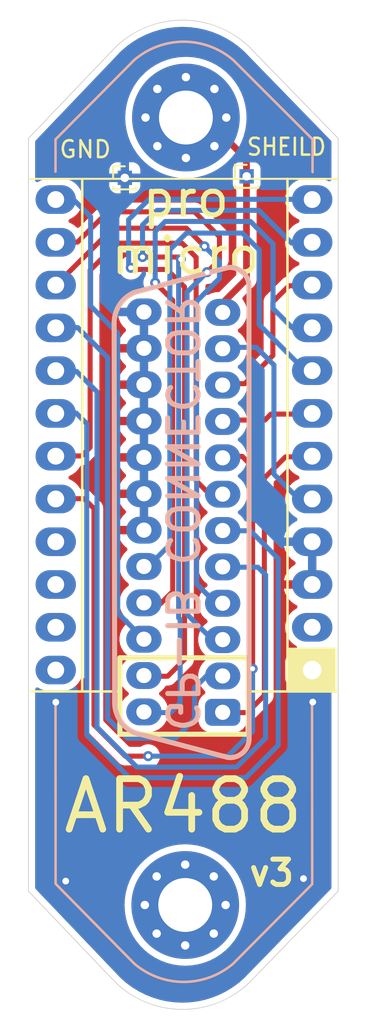
<source format=kicad_pcb>
(kicad_pcb (version 20211014) (generator pcbnew)
  (title_block (title "Pro Micro - GPIB Adapter"))
  (layers (0 "F.Cu" signal) (31 "B.Cu" signal) (34 "B.Paste" user) (35 "F.Paste" user) (36 "B.SilkS" user "B.Silkscreen") (37 "F.SilkS" user "F.Silkscreen") (38 "B.Mask" user) (39 "F.Mask" user) (44 "Edge.Cuts" user))
  (net 0 "")
  (net 1 "GPIB 1 - DIO1")
  (net 2 "GPIB 2 - DIO2")
  (net 3 "GPIB 3 - DIO3")
  (net 4 "GPIB 4 - DIO4")
  (net 5 "GPIB 5 - EOI")
  (net 6 "GPIB 6 - DAV")
  (net 7 "GPIB 7-NRFD")
  (net 8 "GPIB 8 - NDAC")
  (net 9 "GPIB 9 - IFC")
  (net 10 "GPIB 10 - SRQ")
  (net 11 "GPIB 11 - ATN")
  (net 12 "SHIELD")
  (net 13 "GPIB 13 -DIO5")
  (net 14 "GPIB 14 - DIO6")
  (net 15 "GPIB 15 - DIO7")
  (net 16 "GPIB 16 - DIO8")
  (net 17 "GPIB 17 - REN")
  (net 23 "GND")
  (footprint "MountingHole:MountingHole_3.2mm_M3_Pad_Via" (layer "F.Cu") (at 111.95 73.23)
    (fp_text reference "H1" hide)
    (fp_text value "MountingHole")
    (pad "1" thru_hole circle locked (at 0 0) (size 6.4 6.4) (drill 3.2) (layers *.Cu *.Mask) (net 12 "SHIELD"))
    (pad "1" thru_hole circle locked (at -2.4 0) (size 0.8 0.8) (drill 0.5) (layers *.Cu *.Mask))
    (pad "1" thru_hole circle locked (at -1.697056 -1.697056) (size 0.8 0.8) (drill 0.5) (layers *.Cu *.Mask))
    (pad "1" thru_hole circle locked (at 1.697056 1.697056) (size 0.8 0.8) (drill 0.5) (layers *.Cu *.Mask))
    (pad "1" thru_hole circle locked (at 0 2.4) (size 0.8 0.8) (drill 0.5) (layers *.Cu *.Mask))
    (pad "1" thru_hole circle locked (at 0 -2.4) (size 0.8 0.8) (drill 0.5) (layers *.Cu *.Mask))
    (pad "1" thru_hole circle locked (at 2.4 0) (size 0.8 0.8) (drill 0.5) (layers *.Cu *.Mask))
    (pad "1" thru_hole circle locked (at -1.697056 1.697056) (size 0.8 0.8) (drill 0.5) (layers *.Cu *.Mask))
    (pad "1" thru_hole circle locked (at 1.697056 -1.697056) (size 0.8 0.8) (drill 0.5) (layers *.Cu *.Mask))
  )
  (footprint "Connector_PinHeader_1.00mm:PinHeader_1x01_P1.00mm_Vertical" (layer "F.Cu") (at 108.32 76.81)
    (fp_text reference "J2" hide)
    (fp_text value "GND")
    (fp_line (start -0.695 0) (end -0.695 -0.685) (layer "F.SilkS") (width 0.12))
    (fp_line (start -0.695 -0.685) (end 0 -0.685) (layer "F.SilkS") (width 0.12))
    (fp_line (start 0.608276 0.685) (end 0.695 0.685) (layer "F.SilkS") (width 0.12))
    (fp_line (start -0.695 0.685) (end 0.695 0.685) (layer "F.SilkS") (width 0.12))
    (fp_line (start -0.695 0.685) (end -0.695 0.56) (layer "F.SilkS") (width 0.12))
    (fp_line (start 0.695 0.685) (end 0.695 0.56) (layer "F.SilkS") (width 0.12))
    (fp_line (start -0.695 0.685) (end -0.608276 0.685) (layer "F.SilkS") (width 0.12))
    (pad "1" thru_hole rect locked (at 0 0) (size 0.85 0.85) (drill 0.5) (layers *.Cu *.Mask) (net 23 "GND"))
  )
  (footprint "MountingHole:MountingHole_3.2mm_M3_Pad_Via" (layer "F.Cu") (at 111.91 119.99)
    (fp_text reference "H2" hide)
    (fp_text value "MountingHole")
    (pad "1" thru_hole circle locked (at 0 0) (size 6.4 6.4) (drill 3.2) (layers *.Cu *.Mask))
    (pad "1" thru_hole circle locked (at 0 2.4) (size 0.8 0.8) (drill 0.5) (layers *.Cu *.Mask))
    (pad "1" thru_hole circle locked (at 1.697056 1.697056) (size 0.8 0.8) (drill 0.5) (layers *.Cu *.Mask))
    (pad "1" thru_hole circle locked (at -1.697056 1.697056) (size 0.8 0.8) (drill 0.5) (layers *.Cu *.Mask))
    (pad "1" thru_hole circle locked (at -2.4 0) (size 0.8 0.8) (drill 0.5) (layers *.Cu *.Mask))
    (pad "1" thru_hole circle locked (at 1.697056 -1.697056) (size 0.8 0.8) (drill 0.5) (layers *.Cu *.Mask))
    (pad "1" thru_hole circle locked (at 2.4 0) (size 0.8 0.8) (drill 0.5) (layers *.Cu *.Mask))
    (pad "1" thru_hole circle locked (at 0 -2.4) (size 0.8 0.8) (drill 0.5) (layers *.Cu *.Mask))
    (pad "1" thru_hole circle locked (at -1.697056 -1.697056) (size 0.8 0.8) (drill 0.5) (layers *.Cu *.Mask))
  )
  (footprint "GPIB Adpater:Centronics24p" (layer "F.Cu") (at 111.4053 96.6493 90)
    (fp_text reference "J1" hide)
    (fp_text value "Centronics_24p")
    (fp_line (start 11.111067 -3.719581) (end -11.238034 -3.687775) (layer "B.SilkS") (width 0.3))
    (fp_line (start -13.121067 -2.480418) (end -14.578933 3.040419) (layer "B.SilkS") (width 0.3))
    (fp_line (start -13.548933 4.300419) (end 13.480269 4.29314) (layer "B.SilkS") (width 0.3))
    (fp_line (start 13.043113 -2.500398) (end 14.510269 3.03314) (layer "B.SilkS") (width 0.3))
    (fp_arc (start -13.121067 -2.480418) (mid -12.369021 -3.379601) (end -11.238034 -3.687775) (layer "B.SilkS") (width 0.3))
    (fp_arc (start 11.131067 -3.719581) (mid 12.278889 -3.410789) (end 13.043113 -2.500398) (layer "B.SilkS") (width 0.3))
    (fp_arc (start 14.510269 3.03314) (mid 14.261067 3.880419) (end 13.480269 4.29314) (layer "B.SilkS") (width 0.3))
    (fp_arc (start -13.548933 4.300419) (mid -14.329731 3.887698) (end -14.578933 3.040419) (layer "B.SilkS") (width 0.3))
    (pad "1" thru_hole roundrect (at -11.899 2.73 90) (size 1.6 2.1) (drill 0.9) (layers *.Cu "F.Mask") (net 1 "GPIB 1 - DIO1"))
    (pad "2" thru_hole oval (at -9.74 2.73 90) (size 1.6 2.1) (drill 0.9) (layers *.Cu "F.Mask") (net 2 "GPIB 2 - DIO2"))
    (pad "3" thru_hole oval (at -7.581 2.73 90) (size 1.6 2.1) (drill 0.9) (layers *.Cu "F.Mask") (net 3 "GPIB 3 - DIO3"))
    (pad "4" thru_hole oval (at -5.422 2.73 90) (size 1.6 2.1) (drill 0.9) (layers *.Cu "F.Mask") (net 4 "GPIB 4 - DIO4"))
    (pad "5" thru_hole oval (at -3.263 2.73 90) (size 1.6 2.1) (drill 0.9) (layers *.Cu "F.Mask") (net 5 "GPIB 5 - EOI"))
    (pad "6" thru_hole oval (at -1.104 2.73 90) (size 1.6 2.1) (drill 0.9) (layers *.Cu "F.Mask") (net 6 "GPIB 6 - DAV"))
    (pad "7" thru_hole oval (at 1.055 2.73 90) (size 1.6 2.1) (drill 0.9) (layers *.Cu "F.Mask") (net 7 "GPIB 7-NRFD"))
    (pad "8" thru_hole oval (at 3.214 2.73 90) (size 1.6 2.1) (drill 0.9) (layers *.Cu "F.Mask") (net 8 "GPIB 8 - NDAC"))
    (pad "9" thru_hole oval (at 5.373 2.73 90) (size 1.6 2.1) (drill 0.9) (layers *.Cu "F.Mask") (net 9 "GPIB 9 - IFC"))
    (pad "10" thru_hole oval (at 7.532 2.73 90) (size 1.6 2.1) (drill 0.9) (layers *.Cu "F.Mask") (net 10 "GPIB 10 - SRQ"))
    (pad "11" thru_hole oval (at 9.691 2.73 90) (size 1.6 2.1) (drill 0.9) (layers *.Cu "F.Mask") (net 11 "GPIB 11 - ATN"))
    (pad "12" thru_hole oval (at 11.85 2.73 90) (size 1.6 2.1) (drill 0.9) (layers *.Cu "F.Mask") (net 12 "SHIELD"))
    (pad "13" thru_hole oval (at -11.8745 -1.95 90) (size 1.6 2.1) (drill 0.9) (layers *.Cu "F.Mask") (net 13 "GPIB 13 -DIO5"))
    (pad "14" thru_hole oval (at -9.7155 -1.95 90) (size 1.6 2.1) (drill 0.9) (layers *.Cu "F.Mask") (net 14 "GPIB 14 - DIO6"))
    (pad "15" thru_hole oval (at -7.5565 -1.95 90) (size 1.6 2.1) (drill 0.9) (layers *.Cu "F.Mask") (net 15 "GPIB 15 - DIO7"))
    (pad "16" thru_hole oval (at -5.3975 -1.95 90) (size 1.6 2.1) (drill 0.9) (layers *.Cu "F.Mask") (net 16 "GPIB 16 - DIO8"))
    (pad "17" thru_hole oval (at -3.2385 -1.95 90) (size 1.6 2.1) (drill 0.9) (layers *.Cu "F.Mask") (net 17 "GPIB 17 - REN"))
    (pad "18" thru_hole oval (at -1.0795 -1.95 90) (size 1.6 2.1) (drill 0.9) (layers *.Cu "F.Mask") (net 23 "GND"))
    (pad "19" thru_hole oval (at 1.0795 -1.95 90) (size 1.6 2.1) (drill 0.9) (layers *.Cu "F.Mask") (net 23 "GND"))
    (pad "20" thru_hole oval (at 3.2385 -1.95 90) (size 1.6 2.1) (drill 0.9) (layers *.Cu "F.Mask") (net 23 "GND"))
    (pad "21" thru_hole oval (at 5.3975 -1.95 90) (size 1.6 2.1) (drill 0.9) (layers *.Cu "F.Mask") (net 23 "GND"))
    (pad "22" thru_hole oval (at 7.5565 -1.95 90) (size 1.6 2.1) (drill 0.9) (layers *.Cu "F.Mask") (net 23 "GND"))
    (pad "23" thru_hole oval (at 9.7155 -1.95 90) (size 1.6 2.1) (drill 0.9) (layers *.Cu "F.Mask") (net 23 "GND"))
    (pad "24" thru_hole oval (at 11.8745 -1.95 90) (size 1.6 2.1) (drill 0.9) (layers *.Cu "F.Mask") (net 23 "GND"))
  )
  (footprint "GPIB Adpater:ProMicro-EnforcedTop" (layer "F.Cu") (at 111.8353 92.0693 90)
    (fp_text reference "U1" hide)
    (fp_text value "Pro_Micro_32u4")
    (fp_line (start -15.24 -3.81) (end -15.24 -9.05) (layer "F.SilkS") (width 0.15))
    (fp_line (start -13.24 -3.81) (end -13.24 3.82) (layer "F.SilkS") (width 0.3))
    (fp_line (start -15.24 9.1) (end -15.24 3.81) (layer "F.SilkS") (width 0.15))
    (fp_line (start -17.78 3.81) (end -17.78 -3.81) (layer "F.SilkS") (width 0.3))
    (fp_line (start -17.78 -3.81) (end -13.24 -3.81) (layer "F.SilkS") (width 0.3))
    (fp_line (start -13.25 3.81) (end -17.78 3.81) (layer "F.SilkS") (width 0.3))
    (fp_rect (start -15.25 6.25) (end -12.7 9) (layer "F.SilkS") (width 0.12) (fill solid))
    (pad "1" thru_hole roundrect (at -13.97 7.62 90) (size 1.7 2.4) (drill 1.1) (layers *.Cu "B.Mask"))
    (pad "2" thru_hole oval (at -11.43 7.62 90) (size 1.7 2.4) (drill 1) (layers *.Cu "B.Mask"))
    (pad "3" thru_hole oval (at -8.89 7.62 90) (size 1.7 2.4) (drill 1) (layers *.Cu "B.Mask") (net 23 "GND"))
    (pad "4" thru_hole oval (at -6.35 7.62 90) (size 1.7 2.4) (drill 1) (layers *.Cu "B.Mask") (net 23 "GND"))
    (pad "5" thru_hole oval (at -3.81 7.62 90) (size 1.7 2.4) (drill 1) (layers *.Cu "B.Mask") (net 11 "GPIB 11 - ATN"))
    (pad "6" thru_hole oval (at -1.27 7.62 90) (size 1.7 2.4) (drill 1) (layers *.Cu "B.Mask") (net 1 "GPIB 1 - DIO1"))
    (pad "7" thru_hole oval (at 1.27 7.62 90) (size 1.7 2.4) (drill 1) (layers *.Cu "B.Mask") (net 9 "GPIB 9 - IFC"))
    (pad "8" thru_hole oval (at 3.81 7.62 90) (size 1.7 2.4) (drill 1) (layers *.Cu "B.Mask") (net 17 "GPIB 17 - REN"))
    (pad "9" thru_hole oval (at 6.35 7.62 90) (size 1.7 2.4) (drill 1) (layers *.Cu "B.Mask") (net 16 "GPIB 16 - DIO8"))
    (pad "10" thru_hole oval (at 8.89 7.62 90) (size 1.7 2.4) (drill 1) (layers *.Cu "B.Mask") (net 10 "GPIB 10 - SRQ"))
    (pad "11" thru_hole oval (at 11.43 7.62 90) (size 1.7 2.4) (drill 1) (layers *.Cu "B.Mask") (net 13 "GPIB 13 -DIO5"))
    (pad "12" thru_hole oval (at 13.97 7.62 90) (size 1.7 2.4) (drill 1) (layers *.Cu "B.Mask") (net 14 "GPIB 14 - DIO6"))
    (pad "13" thru_hole oval (at 13.97 -7.62 90) (size 1.7 2.4) (drill 1) (layers *.Cu "B.Mask") (net 15 "GPIB 15 - DIO7"))
    (pad "14" thru_hole oval (at 11.43 -7.62 90) (size 1.7 2.4) (drill 1) (layers *.Cu "B.Mask") (net 3 "GPIB 3 - DIO3"))
    (pad "15" thru_hole oval (at 8.89 -7.62 90) (size 1.7 2.4) (drill 1) (layers *.Cu "B.Mask") (net 4 "GPIB 4 - DIO4"))
    (pad "16" thru_hole oval (at 6.35 -7.62 90) (size 1.7 2.4) (drill 1) (layers *.Cu "B.Mask") (net 2 "GPIB 2 - DIO2"))
    (pad "17" thru_hole oval (at 3.81 -7.62 90) (size 1.7 2.4) (drill 1) (layers *.Cu "B.Mask") (net 5 "GPIB 5 - EOI"))
    (pad "18" thru_hole oval (at 1.27 -7.62 90) (size 1.7 2.4) (drill 1) (layers *.Cu "B.Mask") (net 6 "GPIB 6 - DAV"))
    (pad "19" thru_hole oval (at -1.27 -7.62 90) (size 1.7 2.4) (drill 1) (layers *.Cu "B.Mask") (net 7 "GPIB 7-NRFD"))
    (pad "20" thru_hole oval (at -3.81 -7.62 90) (size 1.7 2.4) (drill 1) (layers *.Cu "B.Mask") (net 8 "GPIB 8 - NDAC"))
    (pad "21" thru_hole oval (at -6.35 -7.62 90) (size 1.7 2.4) (drill 1) (layers *.Cu "B.Mask"))
    (pad "22" thru_hole oval (at -8.89 -7.62 90) (size 1.7 2.4) (drill 1) (layers *.Cu "B.Mask"))
    (pad "23" thru_hole oval (at -11.43 -7.62 90) (size 1.7 2.4) (drill 1) (layers *.Cu "B.Mask") (net 23 "GND"))
    (pad "24" thru_hole oval (at -13.97 -7.62 90) (size 1.7 2.4) (drill 1) (layers *.Cu "B.Mask"))
  )
  (footprint "Connector_PinHeader_1.00mm:PinHeader_1x01_P1.00mm_Vertical" (layer "F.Cu") (at 115.56 76.72)
    (fp_text reference "J3" hide)
    (fp_text value "SHIELD")
    (fp_line (start 0.608276 0.685) (end 0.695 0.685) (layer "F.SilkS") (width 0.12))
    (fp_line (start -0.695 0) (end -0.695 -0.685) (layer "F.SilkS") (width 0.12))
    (fp_line (start -0.695 0.685) (end -0.608276 0.685) (layer "F.SilkS") (width 0.12))
    (fp_line (start -0.695 0.685) (end 0.695 0.685) (layer "F.SilkS") (width 0.12))
    (fp_line (start -0.695 -0.685) (end 0 -0.685) (layer "F.SilkS") (width 0.12))
    (fp_line (start 0.695 0.685) (end 0.695 0.56) (layer "F.SilkS") (width 0.12))
    (fp_line (start -0.695 0.685) (end -0.695 0.56) (layer "F.SilkS") (width 0.12))
    (pad "1" thru_hole rect locked (at 0 0) (size 0.85 0.85) (drill 0.5) (layers *.Cu *.Mask) (net 12 "SHIELD"))
  )
  (gr_line (start 104.201255 76.440032) (end 104.201255 74.530032) (layer "B.SilkS") (width 0.15))
  (gr_line (start 104.206255 118.730032) (end 108.887555 123.476742) (layer "B.SilkS") (width 0.15))
  (gr_line (start 104.201255 74.530032) (end 108.887555 69.806542) (layer "B.SilkS") (width 0.15))
  (gr_line (start 119.456255 118.750032) (end 114.767655 123.464042) (layer "B.SilkS") (width 0.15))
  (gr_line (start 119.476255 76.469677) (end 119.476255 74.500032) (layer "B.SilkS") (width 0.15))
  (gr_arc (start 114.767655 123.464042) (mid 111.834762 124.556001) (end 108.895402 123.481574) (layer "B.SilkS") (width 0.15))
  (gr_line (start 104.206255 118.730032) (end 104.201255 108.010032) (layer "B.SilkS") (width 0.15))
  (gr_arc (start 108.895395 69.801702) (mid 111.834762 68.727272) (end 114.767662 69.819234) (layer "B.SilkS") (width 0.15))
  (gr_line (start 119.456255 118.750032) (end 119.446255 108.067522) (layer "B.SilkS") (width 0.15))
  (gr_line (start 119.456255 74.500032) (end 114.780355 69.831942) (layer "B.SilkS") (width 0.15))
  (gr_line (start 120.928185 76.8693) (end 102.668185 76.8693) (layer "F.SilkS") (width 0.12))
  (gr_line (start 113.348185 82.370032) (end 113.288185 82.370032) (layer "F.SilkS") (width 0.12))
  (gr_line (start 117.9853 76.8693) (end 117.988185 107.290032) (layer "F.SilkS") (width 0.15))
  (gr_line (start 105.7888 76.8793) (end 105.7888 107.2893) (layer "F.SilkS") (width 0.15))
  (gr_line (start 107.80342 124.625543) (end 102.592255 119.170032) (layer "Edge.Cuts") (width 0.05))
  (gr_line (start 120.998185 74.466032) (end 120.998185 119.170032) (layer "Edge.Cuts") (width 0.05))
  (gr_line (start 115.68909 69.010521) (end 120.998185 74.466032) (layer "Edge.Cuts") (width 0.05))
  (gr_line (start 115.683255 124.631032) (end 120.998185 119.170032) (layer "Edge.Cuts") (width 0.05))
  (gr_line (start 102.592255 74.466032) (end 102.592255 119.170032) (layer "Edge.Cuts") (width 0.05))
  (gr_arc (start 107.809255 69.005032) (mid 111.750261 67.445864) (end 115.68909 69.010521) (layer "Edge.Cuts") (width 0.05))
  (gr_arc (start 115.683255 124.631032) (mid 111.742249 126.1902) (end 107.80342 124.625543) (layer "Edge.Cuts") (width 0.05))
  (gr_line (start 107.809255 69.005032) (end 102.592255 74.466032) (layer "Edge.Cuts") (width 0.05))
  (gr_text "GP-IB CONNECTOR" (at 111.688185 96.760032 270) (layer "B.SilkS") (effects (font (size 1.8 1.8) (thickness 0.3)) (justify mirror)))
  (gr_text "GND" (at 105.97 75.12) (layer "F.SilkS") (effects (font (size 1 1))))
  (gr_text "v3" (at 117.046255 118.090032) (layer "F.SilkS") (effects (font (size 1.5 1.5) (thickness 0.3))))
  (gr_text "SHEILD\n\n" (at 117.93 75.78) (layer "F.SilkS") (effects (font (size 1 0.9))))
  (gr_text "pro\nmicro" (at 111.948185 79.740032) (layer "F.SilkS") (effects (font (size 2.1 2.1) (thickness 0.3))))
  (gr_text "AR488" (at 111.796255 114.120032) (layer "F.SilkS") (effects (font (size 3 3) (thickness 0.4))))
  (segment (start 117.868917 93.3793) (end 119.5413 93.3793) (width 0.3) (layer "F.Cu") (net 1))
  (segment (start 116.6113 94.636917) (end 117.868917 93.3793) (width 0.3) (layer "F.Cu") (net 1))
  (segment (start 116.6113 107.5488) (end 116.6113 94.636917) (width 0.3) (layer "F.Cu") (net 1))
  (segment (start 114.26201 108.5648) (end 115.5953 108.5648) (width 0.3) (layer "F.Cu") (net 1))
  (segment (start 114.2606 108.56621) (end 114.26201 108.5648) (width 0.3) (layer "F.Cu") (net 1))
  (segment (start 115.5953 108.5648) (end 116.6113 107.5488) (width 0.3) (layer "F.Cu") (net 1))
  (segment (start 111.319417 110.0888) (end 108.4833 110.0888) (width 0.3) (layer "B.Cu") (net 2))
  (segment (start 112.468185 107.090032) (end 112.468185 108.940032) (width 0.3) (layer "B.Cu") (net 2))
  (segment (start 108.4833 110.0888) (end 107.298185 108.903685) (width 0.3) (layer "B.Cu") (net 2))
  (segment (start 114.24269 106.3893) (end 113.168917 106.3893) (width 0.3) (layer "B.Cu") (net 2))
  (segment (start 113.168917 106.3893) (end 112.468185 107.090032) (width 0.3) (layer "B.Cu") (net 2))
  (segment (start 112.468185 108.940032) (end 111.319417 110.0888) (width 0.3) (layer "B.Cu") (net 2))
  (segment (start 107.298185 108.903685) (end 107.298185 87.480032) (width 0.3) (layer "B.Cu") (net 2))
  (segment (start 107.298185 87.480032) (end 105.522953 85.7048) (width 0.3) (layer "B.Cu") (net 2))
  (segment (start 105.522953 85.7048) (end 104.2288 85.7048) (width 0.3) (layer "B.Cu") (net 2))
  (segment (start 104.2288 80.6248) (end 105.513417 80.6248) (width 0.3) (layer "F.Cu") (net 3))
  (segment (start 105.513417 80.6248) (end 107.308185 78.830032) (width 0.3) (layer "F.Cu") (net 3))
  (segment (start 107.308185 78.830032) (end 112.467032 78.830032) (width 0.3) (layer "F.Cu") (net 3))
  (segment (start 112.467032 78.830032) (end 113.9443 80.3073) (width 0.3) (layer "F.Cu") (net 3))
  (segment (start 113.9443 80.3073) (end 113.9443 81.673917) (width 0.3) (layer "F.Cu") (net 3))
  (segment (start 113.9443 81.673917) (end 113.208185 82.410032) (width 0.3) (layer "F.Cu") (net 3))
  (via (at 113.208185 82.410032) (size 0.6) (drill 0.3) (layers "F.Cu" "B.Cu") (net 3))
  (segment (start 113.208185 82.410032) (end 112.018185 83.600032) (width 0.3) (layer "B.Cu") (net 3))
  (segment (start 112.018185 102.730032) (end 113.471453 104.1833) (width 0.3) (layer "B.Cu") (net 3))
  (segment (start 113.471453 104.1833) (end 114.1348 104.1833) (width 0.3) (layer "B.Cu") (net 3))
  (segment (start 112.018185 83.600032) (end 112.018185 102.730032) (width 0.3) (layer "B.Cu") (net 3))
  (segment (start 113.0553 80.8793) (end 111.9753 79.7993) (width 0.3) (layer "F.Cu") (net 4))
  (segment (start 107.608917 79.7993) (end 104.243417 83.1648) (width 0.3) (layer "F.Cu") (net 4))
  (segment (start 111.9753 79.7993) (end 107.608917 79.7993) (width 0.3) (layer "F.Cu") (net 4))
  (segment (start 104.243417 83.1648) (end 104.2288 83.1648) (width 0.3) (layer "F.Cu") (net 4))
  (via (at 113.05555 80.87905) (size 0.6) (drill 0.3) (layers "F.Cu" "B.Cu") (net 4))
  (segment (start 113.05555 80.87905) (end 113.9443 81.7678) (width 0.3) (layer "B.Cu") (net 4))
  (segment (start 112.588185 100.922185) (end 113.6903 102.0243) (width 0.3) (layer "B.Cu") (net 4))
  (segment (start 113.9443 82.7838) (end 112.588185 84.139915) (width 0.3) (layer "B.Cu") (net 4))
  (segment (start 113.0553 80.8788) (end 113.05555 80.87905) (width 0.3) (layer "B.Cu") (net 4))
  (segment (start 112.588185 84.139915) (end 112.588185 100.922185) (width 0.3) (layer "B.Cu") (net 4))
  (segment (start 113.6903 102.0243) (end 114.2618 102.0243) (width 0.3) (layer "B.Cu") (net 4))
  (segment (start 113.9443 81.7678) (end 113.9443 82.7838) (width 0.3) (layer "B.Cu") (net 4))
  (segment (start 114.2606 99.93021) (end 116.23171 99.93021) (width 0.3) (layer "B.Cu") (net 5))
  (segment (start 106.668185 109.430032) (end 106.668185 89.520032) (width 0.3) (layer "B.Cu") (net 5))
  (segment (start 116.688185 110.075415) (end 114.964067 111.799533) (width 0.3) (layer "B.Cu") (net 5))
  (segment (start 109.037686 111.799533) (end 106.668185 109.430032) (width 0.3) (layer "B.Cu") (net 5))
  (segment (start 106.668185 89.520032) (end 105.456453 88.3083) (width 0.3) (layer "B.Cu") (net 5))
  (segment (start 105.456453 88.3083) (end 104.1653 88.3083) (width 0.3) (layer "B.Cu") (net 5))
  (segment (start 114.964067 111.799533) (end 109.037686 111.799533) (width 0.3) (layer "B.Cu") (net 5))
  (segment (start 116.688185 100.386685) (end 116.688185 110.075415) (width 0.3) (layer "B.Cu") (net 5))
  (segment (start 116.23171 99.93021) (end 116.688185 100.386685) (width 0.3) (layer "B.Cu") (net 5))
  (segment (start 106.058185 109.900032) (end 108.588185 112.430032) (width 0.3) (layer "B.Cu") (net 6))
  (segment (start 115.7858 97.7698) (end 114.3888 97.7698) (width 0.3) (layer "B.Cu") (net 6))
  (segment (start 115.508185 112.430032) (end 117.4368 110.501417) (width 0.3) (layer "B.Cu") (net 6))
  (segment (start 106.058185 91.407685) (end 106.058185 109.900032) (width 0.3) (layer "B.Cu") (net 6))
  (segment (start 108.588185 112.430032) (end 115.508185 112.430032) (width 0.3) (layer "B.Cu") (net 6))
  (segment (start 104.2288 90.7848) (end 105.4353 90.7848) (width 0.3) (layer "B.Cu") (net 6))
  (segment (start 117.4368 99.4208) (end 115.7858 97.7698) (width 0.3) (layer "B.Cu") (net 6))
  (segment (start 105.4353 90.7848) (end 106.058185 91.407685) (width 0.3) (layer "B.Cu") (net 6))
  (segment (start 117.4368 110.501417) (end 117.4368 99.4208) (width 0.3) (layer "B.Cu") (net 6))
  (segment (start 112.558185 81.530032) (end 111.716453 80.6883) (width 0.3) (layer "F.Cu") (net 7))
  (segment (start 107.869917 80.6883) (end 106.258185 82.300032) (width 0.3) (layer "F.Cu") (net 7))
  (segment (start 113.3093 95.5473) (end 112.558185 94.796185) (width 0.3) (layer "F.Cu") (net 7))
  (segment (start 104.2288 93.3248) (end 105.7528 93.3248) (width 0.3) (layer "F.Cu") (net 7))
  (segment (start 105.7528 93.3248) (end 106.258185 92.819415) (width 0.3) (layer "F.Cu") (net 7))
  (segment (start 114.2618 95.5473) (end 113.3093 95.5473) (width 0.3) (layer "F.Cu") (net 7))
  (segment (start 106.258185 92.819415) (end 106.258185 84.370032) (width 0.3) (layer "F.Cu") (net 7))
  (segment (start 112.558185 94.796185) (end 112.558185 81.530032) (width 0.3) (layer "F.Cu") (net 7))
  (segment (start 106.258185 82.300032) (end 106.258185 84.360032) (width 0.3) (layer "F.Cu") (net 7))
  (segment (start 111.716453 80.6883) (end 107.869917 80.6883) (width 0.3) (layer "F.Cu") (net 7))
  (segment (start 106.488185 109.290032) (end 108.348185 111.150032) (width 0.3) (layer "F.Cu") (net 8))
  (segment (start 115.9153 105.9588) (end 115.9153 93.967147) (width 0.3) (layer "F.Cu") (net 8))
  (segment (start 104.2923 95.8648) (end 105.902953 95.8648) (width 0.3) (layer "F.Cu") (net 8))
  (segment (start 115.9153 93.967147) (end 115.299763 93.35161) (width 0.3) (layer "F.Cu") (net 8))
  (segment (start 105.902953 95.8648) (end 106.488185 96.450032) (width 0.3) (layer "F.Cu") (net 8))
  (segment (start 108.348185 111.150032) (end 109.708185 111.150032) (width 0.3) (layer "F.Cu") (net 8))
  (segment (start 115.9153 105.9588) (end 115.9153 105.9588) (width 0.3) (layer "F.Cu") (net 8))
  (segment (start 115.299763 93.35161) (end 114.2606 93.35161) (width 0.3) (layer "F.Cu") (net 8))
  (segment (start 106.488185 96.450032) (end 106.488185 109.290032) (width 0.3) (layer "F.Cu") (net 8))
  (segment (start 115.9128 105.9613) (end 115.9153 105.9588) (width 0.3) (layer "F.Cu") (net 8))
  (via (at 109.708185 111.150032) (size 0.6) (drill 0.3) (layers "F.Cu" "B.Cu") (net 8))
  (via (at 115.9153 105.9588) (size 0.6) (drill 0.3) (layers "F.Cu" "B.Cu") (net 8))
  (segment (start 114.438185 111.150032) (end 109.708185 111.150032) (width 0.3) (layer "B.Cu") (net 8))
  (segment (start 115.9128 105.9613) (end 115.9128 109.675417) (width 0.3) (layer "B.Cu") (net 8))
  (segment (start 115.9128 109.675417) (end 114.438185 111.150032) (width 0.3) (layer "B.Cu") (net 8))
  (segment (start 116.64799 91.19261) (end 117.0013 90.8393) (width 0.3) (layer "F.Cu") (net 9))
  (segment (start 117.0013 90.8393) (end 119.4453 90.8393) (width 0.3) (layer "F.Cu") (net 9))
  (segment (start 114.2606 91.19261) (end 116.64799 91.19261) (width 0.3) (layer "F.Cu") (net 9))
  (segment (start 118.0753 83.2193) (end 119.4453 83.2193) (width 0.3) (layer "F.Cu") (net 10))
  (segment (start 117.1193 84.1753) (end 118.0753 83.2193) (width 0.3) (layer "F.Cu") (net 10))
  (segment (start 115.444607 89.03361) (end 117.1193 87.358917) (width 0.3) (layer "F.Cu") (net 10))
  (segment (start 114.2606 89.03361) (end 115.444607 89.03361) (width 0.3) (layer "F.Cu") (net 10))
  (segment (start 117.1193 87.358917) (end 117.1193 84.1753) (width 0.3) (layer "F.Cu") (net 10))
  (segment (start 117.1828 87.924647) (end 117.1828 94.4068) (width 0.3) (layer "B.Cu") (net 11))
  (segment (start 118.6953 95.9193) (end 119.4453 95.9193) (width 0.3) (layer "B.Cu") (net 11))
  (segment (start 116.132763 86.87461) (end 117.1828 87.924647) (width 0.3) (layer "B.Cu") (net 11))
  (segment (start 117.1828 94.4068) (end 118.6953 95.9193) (width 0.3) (layer "B.Cu") (net 11))
  (segment (start 114.2606 86.87461) (end 116.132763 86.87461) (width 0.3) (layer "B.Cu") (net 11))
  (segment (start 115.55 75.69932) (end 113.100712 73.250032) (width 0.4) (layer "F.Cu") (net 12))
  (segment (start 113.100712 73.250032) (end 111.936255 73.250032) (width 0.4) (layer "F.Cu") (net 12))
  (segment (start 115.55 82.828217) (end 115.55 75.69932) (width 0.4) (layer "F.Cu") (net 12))
  (segment (start 114.1353 84.242917) (end 115.55 82.828217) (width 0.4) (layer "F.Cu") (net 12))
  (segment (start 114.1353 84.7993) (end 114.1353 84.242917) (width 0.4) (layer "F.Cu") (net 12))
  (segment (start 114.1353 84.7993) (end 114.1353 84.342917) (width 0.4) (layer "B.Cu") (net 12))
  (segment (start 109.3723 81.5138) (end 111.511453 81.5138) (width 0.3) (layer "F.Cu") (net 13))
  (segment (start 111.511453 81.5138) (end 111.647685 81.650032) (width 0.3) (layer "F.Cu") (net 13))
  (via (at 109.3723 81.5123) (size 0.6) (drill 0.3) (layers "F.Cu" "B.Cu") (net 13))
  (via (at 111.647685 81.650032) (size 0.6) (drill 0.3) (layers "F.Cu" "B.Cu") (net 13))
  (segment (start 109.3723 81.5138) (end 109.3723 81.5123) (width 0.3) (layer "B.Cu") (net 13))
  (segment (start 118.227453 80.6793) (end 119.4453 80.6793) (width 0.3) (layer "B.Cu") (net 13))
  (segment (start 111.518674 102.936936) (end 111.518674 81.779043) (width 0.3) (layer "B.Cu") (net 13))
  (segment (start 111.608185 107.990032) (end 111.608185 103.026448) (width 0.3) (layer "B.Cu") (net 13))
  (segment (start 109.3723 79.6088) (end 110.241068 78.740032) (width 0.3) (layer "B.Cu") (net 13))
  (segment (start 111.032007 108.56621) (end 111.608185 107.990032) (width 0.3) (layer "B.Cu") (net 13))
  (segment (start 109.3723 81.5123) (end 109.3723 79.6088) (width 0.3) (layer "B.Cu") (net 13))
  (segment (start 110.241068 78.740032) (end 116.288185 78.740032) (width 0.3) (layer "B.Cu") (net 13))
  (segment (start 111.518674 81.779043) (end 111.647685 81.650032) (width 0.3) (layer "B.Cu") (net 13))
  (segment (start 111.608185 103.026448) (end 111.518674 102.936936) (width 0.3) (layer "B.Cu") (net 13))
  (segment (start 116.288185 78.740032) (end 118.227453 80.6793) (width 0.3) (layer "B.Cu") (net 13))
  (segment (start 109.46 108.56621) (end 111.032007 108.56621) (width 0.3) (layer "B.Cu") (net 13))
  (segment (start 111.868185 83.290032) (end 111.868185 105.410032) (width 0.3) (layer "F.Cu") (net 14))
  (segment (start 108.6748 82.1498) (end 108.775032 82.250032) (width 0.3) (layer "F.Cu") (net 14))
  (segment (start 108.6738 82.1488) (end 108.6748 82.1498) (width 0.3) (layer "F.Cu") (net 14))
  (segment (start 110.828185 82.250032) (end 111.868185 83.290032) (width 0.3) (layer "F.Cu") (net 14))
  (segment (start 111.868185 105.410032) (end 110.872417 106.4058) (width 0.3) (layer "F.Cu") (net 14))
  (segment (start 108.775032 82.250032) (end 110.828185 82.250032) (width 0.3) (layer "F.Cu") (net 14))
  (segment (start 110.872417 106.4058) (end 109.4358 106.4058) (width 0.3) (layer "F.Cu") (net 14))
  (via (at 108.6748 82.1498) (size 0.6) (drill 0.3) (layers "F.Cu" "B.Cu") (net 14))
  (segment (start 109.7533 78.0848) (end 119.3418 78.0848) (width 0.3) (layer "B.Cu") (net 14))
  (segment (start 108.6738 82.1488) (end 108.5468 82.0218) (width 0.3) (layer "B.Cu") (net 14))
  (segment (start 108.5468 79.2913) (end 109.7533 78.0848) (width 0.3) (layer "B.Cu") (net 14))
  (segment (start 108.5468 82.0218) (end 108.5468 79.2913) (width 0.3) (layer "B.Cu") (net 14))
  (segment (start 104.2288 78.0848) (end 105.252953 78.0848) (width 0.3) (layer "B.Cu") (net 15))
  (segment (start 105.252953 78.0848) (end 106.288185 79.120032) (width 0.3) (layer "B.Cu") (net 15))
  (segment (start 107.898185 86.030032) (end 107.898185 102.645685) (width 0.3) (layer "B.Cu") (net 15))
  (segment (start 107.898185 102.645685) (end 109.4993 104.2468) (width 0.3) (layer "B.Cu") (net 15))
  (segment (start 106.288185 84.420032) (end 107.898185 86.030032) (width 0.3) (layer "B.Cu") (net 15))
  (segment (start 106.288185 79.120032) (end 106.288185 84.420032) (width 0.3) (layer "B.Cu") (net 15))
  (segment (start 111.168185 101.371415) (end 110.4518 102.0878) (width 0.3) (layer "F.Cu") (net 16))
  (segment (start 111.168185 84.080685) (end 111.168185 101.371415) (width 0.3) (layer "F.Cu") (net 16))
  (segment (start 110.4518 102.0878) (end 109.4358 102.0878) (width 0.3) (layer "F.Cu") (net 16))
  (segment (start 110.1253 83.0378) (end 111.168185 84.080685) (width 0.3) (layer "F.Cu") (net 16))
  (via (at 110.1253 83.0378) (size 0.6) (drill 0.3) (layers "F.Cu" "B.Cu") (net 16))
  (segment (start 117.128185 80.740032) (end 117.128185 84.570685) (width 0.3) (layer "B.Cu") (net 16))
  (segment (start 110.724068 79.400032) (end 115.788185 79.400032) (width 0.3) (layer "B.Cu") (net 16))
  (segment (start 110.1253 79.9988) (end 110.724068 79.400032) (width 0.3) (layer "B.Cu") (net 16))
  (segment (start 117.128185 84.570685) (end 118.2623 85.7048) (width 0.3) (layer "B.Cu") (net 16))
  (segment (start 110.1253 83.0378) (end 110.1253 79.9988) (width 0.3) (layer "B.Cu") (net 16))
  (segment (start 115.788185 79.400032) (end 117.128185 80.740032) (width 0.3) (layer "B.Cu") (net 16))
  (segment (start 119.077453 88.2993) (end 119.4453 88.2993) (width 0.3) (layer "B.Cu") (net 17))
  (segment (start 110.998185 98.594915) (end 110.998185 81.080032) (width 0.3) (layer "B.Cu") (net 17))
  (segment (start 116.308185 85.530032) (end 119.077453 88.2993) (width 0.3) (layer "B.Cu") (net 17))
  (segment (start 109.4553 99.8878) (end 109.7053 99.8878) (width 0.3) (layer "B.Cu") (net 17))
  (segment (start 116.308185 81.090032) (end 116.308185 85.530032) (width 0.3) (layer "B.Cu") (net 17))
  (segment (start 110.998185 81.080032) (end 111.988185 80.090032) (width 0.3) (layer "B.Cu") (net 17))
  (segment (start 109.7053 99.8878) (end 110.998185 98.594915) (width 0.3) (layer "B.Cu") (net 17))
  (segment (start 115.308185 80.090032) (end 116.308185 81.090032) (width 0.3) (layer "B.Cu") (net 17))
  (segment (start 111.988185 80.090032) (end 115.308185 80.090032) (width 0.3) (layer "B.Cu") (net 17))
  (segment (start 118.5053 98.4593) (end 119.4453 98.4593) (width 0.6) (layer "F.Cu") (net 23))
  (via (at 104.218185 107.950032) (size 0.8) (drill 0.4) (layers "F.Cu" "B.Cu") (net 23))
  (via (at 119.488185 107.940032) (size 0.8) (drill 0.4) (layers "F.Cu" "B.Cu") (net 23))
  (via (at 118.938185 118.420032) (size 0.8) (drill 0.4) (layers "F.Cu" "B.Cu") (net 23))
  (via (at 104.808185 118.570032) (size 0.8) (drill 0.4) (layers "F.Cu" "B.Cu") (net 23))
  (segment (start 109.448185 84.740032) (end 109.46 84.751847) (width 0.5) (layer "B.Cu") (net 23))
  (segment (start 109.46 95.56141) (end 109.46 97.667) (width 0.5) (layer "B.Cu") (net 23))
  (segment (start 109.46 84.751847) (end 109.46 91.19) (width 0.5) (layer "B.Cu") (net 23))
  (segment (start 109.46 93.35161) (end 109.46 95.508) (width 0.5) (layer "B.Cu") (net 23))
  (segment (start 109.46 91.19261) (end 109.46 93.349) (width 0.5) (layer "B.Cu") (net 23))
  (zone (net 23) (net_name "GND") (layers F&B.Cu) (connect_pads (clearance 0.4)) (min_thickness 0.25) (fill yes (thermal_gap 0.5) (thermal_bridge_width 0.5))
    (polygon (pts (xy 122.612258 127.060032) (xy 100.902258 127.060032) (xy 100.902258 66.250032) (xy 122.612258 66.250032)))
  )
)
</source>
